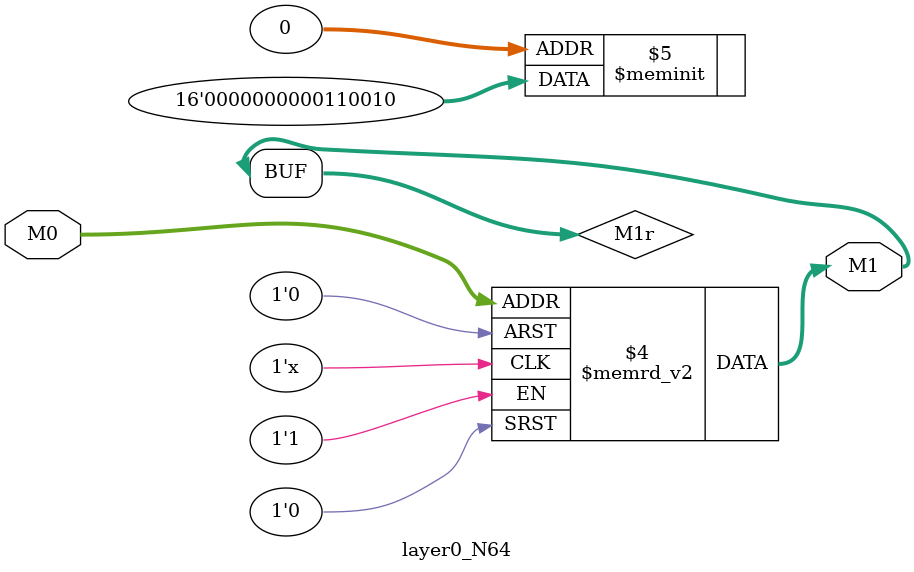
<source format=v>
module layer0_N64 ( input [2:0] M0, output [1:0] M1 );

	(*rom_style = "distributed" *) reg [1:0] M1r;
	assign M1 = M1r;
	always @ (M0) begin
		case (M0)
			3'b000: M1r = 2'b10;
			3'b100: M1r = 2'b00;
			3'b010: M1r = 2'b11;
			3'b110: M1r = 2'b00;
			3'b001: M1r = 2'b00;
			3'b101: M1r = 2'b00;
			3'b011: M1r = 2'b00;
			3'b111: M1r = 2'b00;

		endcase
	end
endmodule

</source>
